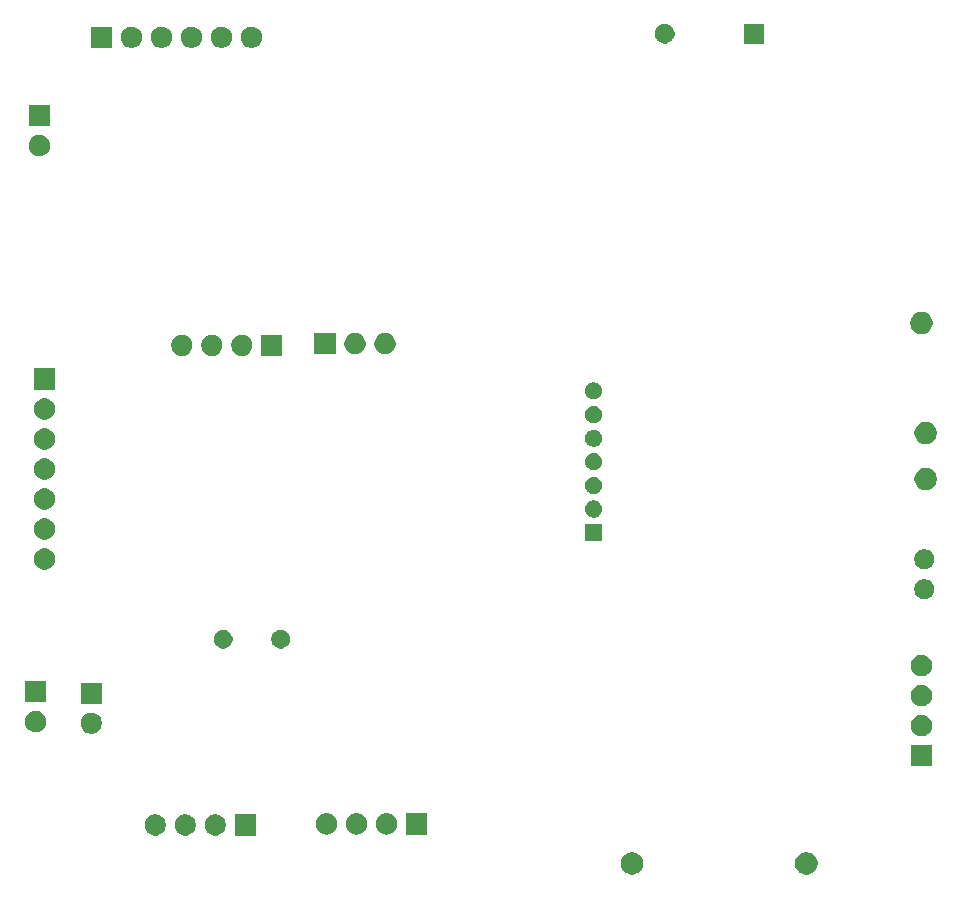
<source format=gbr>
%TF.GenerationSoftware,KiCad,Pcbnew,(5.1.5)-3*%
%TF.CreationDate,2020-07-28T11:43:05+08:00*%
%TF.ProjectId,2in1kicad,32696e31-6b69-4636-9164-2e6b69636164,rev?*%
%TF.SameCoordinates,Original*%
%TF.FileFunction,Soldermask,Bot*%
%TF.FilePolarity,Negative*%
%FSLAX46Y46*%
G04 Gerber Fmt 4.6, Leading zero omitted, Abs format (unit mm)*
G04 Created by KiCad (PCBNEW (5.1.5)-3) date 2020-07-28 11:43:05*
%MOMM*%
%LPD*%
G04 APERTURE LIST*
%ADD10C,0.350000*%
G04 APERTURE END LIST*
D10*
G36*
X107027395Y-115335546D02*
G01*
X107200466Y-115407234D01*
X107200467Y-115407235D01*
X107356227Y-115511310D01*
X107488690Y-115643773D01*
X107488691Y-115643775D01*
X107592766Y-115799534D01*
X107664454Y-115972605D01*
X107701000Y-116156333D01*
X107701000Y-116343667D01*
X107664454Y-116527395D01*
X107592766Y-116700466D01*
X107592765Y-116700467D01*
X107488690Y-116856227D01*
X107356227Y-116988690D01*
X107277818Y-117041081D01*
X107200466Y-117092766D01*
X107027395Y-117164454D01*
X106843667Y-117201000D01*
X106656333Y-117201000D01*
X106472605Y-117164454D01*
X106299534Y-117092766D01*
X106222182Y-117041081D01*
X106143773Y-116988690D01*
X106011310Y-116856227D01*
X105907235Y-116700467D01*
X105907234Y-116700466D01*
X105835546Y-116527395D01*
X105799000Y-116343667D01*
X105799000Y-116156333D01*
X105835546Y-115972605D01*
X105907234Y-115799534D01*
X106011309Y-115643775D01*
X106011310Y-115643773D01*
X106143773Y-115511310D01*
X106299533Y-115407235D01*
X106299534Y-115407234D01*
X106472605Y-115335546D01*
X106656333Y-115299000D01*
X106843667Y-115299000D01*
X107027395Y-115335546D01*
G37*
G36*
X92277395Y-115335546D02*
G01*
X92450466Y-115407234D01*
X92450467Y-115407235D01*
X92606227Y-115511310D01*
X92738690Y-115643773D01*
X92738691Y-115643775D01*
X92842766Y-115799534D01*
X92914454Y-115972605D01*
X92951000Y-116156333D01*
X92951000Y-116343667D01*
X92914454Y-116527395D01*
X92842766Y-116700466D01*
X92842765Y-116700467D01*
X92738690Y-116856227D01*
X92606227Y-116988690D01*
X92527818Y-117041081D01*
X92450466Y-117092766D01*
X92277395Y-117164454D01*
X92093667Y-117201000D01*
X91906333Y-117201000D01*
X91722605Y-117164454D01*
X91549534Y-117092766D01*
X91472182Y-117041081D01*
X91393773Y-116988690D01*
X91261310Y-116856227D01*
X91157235Y-116700467D01*
X91157234Y-116700466D01*
X91085546Y-116527395D01*
X91049000Y-116343667D01*
X91049000Y-116156333D01*
X91085546Y-115972605D01*
X91157234Y-115799534D01*
X91261309Y-115643775D01*
X91261310Y-115643773D01*
X91393773Y-115511310D01*
X91549533Y-115407235D01*
X91549534Y-115407234D01*
X91722605Y-115335546D01*
X91906333Y-115299000D01*
X92093667Y-115299000D01*
X92277395Y-115335546D01*
G37*
G36*
X51743512Y-112103927D02*
G01*
X51892812Y-112133624D01*
X52056784Y-112201544D01*
X52204354Y-112300147D01*
X52329853Y-112425646D01*
X52428456Y-112573216D01*
X52496376Y-112737188D01*
X52531000Y-112911259D01*
X52531000Y-113088741D01*
X52496376Y-113262812D01*
X52428456Y-113426784D01*
X52329853Y-113574354D01*
X52204354Y-113699853D01*
X52056784Y-113798456D01*
X51892812Y-113866376D01*
X51743512Y-113896073D01*
X51718742Y-113901000D01*
X51541258Y-113901000D01*
X51516488Y-113896073D01*
X51367188Y-113866376D01*
X51203216Y-113798456D01*
X51055646Y-113699853D01*
X50930147Y-113574354D01*
X50831544Y-113426784D01*
X50763624Y-113262812D01*
X50729000Y-113088741D01*
X50729000Y-112911259D01*
X50763624Y-112737188D01*
X50831544Y-112573216D01*
X50930147Y-112425646D01*
X51055646Y-112300147D01*
X51203216Y-112201544D01*
X51367188Y-112133624D01*
X51516488Y-112103927D01*
X51541258Y-112099000D01*
X51718742Y-112099000D01*
X51743512Y-112103927D01*
G37*
G36*
X56823512Y-112103927D02*
G01*
X56972812Y-112133624D01*
X57136784Y-112201544D01*
X57284354Y-112300147D01*
X57409853Y-112425646D01*
X57508456Y-112573216D01*
X57576376Y-112737188D01*
X57611000Y-112911259D01*
X57611000Y-113088741D01*
X57576376Y-113262812D01*
X57508456Y-113426784D01*
X57409853Y-113574354D01*
X57284354Y-113699853D01*
X57136784Y-113798456D01*
X56972812Y-113866376D01*
X56823512Y-113896073D01*
X56798742Y-113901000D01*
X56621258Y-113901000D01*
X56596488Y-113896073D01*
X56447188Y-113866376D01*
X56283216Y-113798456D01*
X56135646Y-113699853D01*
X56010147Y-113574354D01*
X55911544Y-113426784D01*
X55843624Y-113262812D01*
X55809000Y-113088741D01*
X55809000Y-112911259D01*
X55843624Y-112737188D01*
X55911544Y-112573216D01*
X56010147Y-112425646D01*
X56135646Y-112300147D01*
X56283216Y-112201544D01*
X56447188Y-112133624D01*
X56596488Y-112103927D01*
X56621258Y-112099000D01*
X56798742Y-112099000D01*
X56823512Y-112103927D01*
G37*
G36*
X60151000Y-113901000D02*
G01*
X58349000Y-113901000D01*
X58349000Y-112099000D01*
X60151000Y-112099000D01*
X60151000Y-113901000D01*
G37*
G36*
X54283512Y-112103927D02*
G01*
X54432812Y-112133624D01*
X54596784Y-112201544D01*
X54744354Y-112300147D01*
X54869853Y-112425646D01*
X54968456Y-112573216D01*
X55036376Y-112737188D01*
X55071000Y-112911259D01*
X55071000Y-113088741D01*
X55036376Y-113262812D01*
X54968456Y-113426784D01*
X54869853Y-113574354D01*
X54744354Y-113699853D01*
X54596784Y-113798456D01*
X54432812Y-113866376D01*
X54283512Y-113896073D01*
X54258742Y-113901000D01*
X54081258Y-113901000D01*
X54056488Y-113896073D01*
X53907188Y-113866376D01*
X53743216Y-113798456D01*
X53595646Y-113699853D01*
X53470147Y-113574354D01*
X53371544Y-113426784D01*
X53303624Y-113262812D01*
X53269000Y-113088741D01*
X53269000Y-112911259D01*
X53303624Y-112737188D01*
X53371544Y-112573216D01*
X53470147Y-112425646D01*
X53595646Y-112300147D01*
X53743216Y-112201544D01*
X53907188Y-112133624D01*
X54056488Y-112103927D01*
X54081258Y-112099000D01*
X54258742Y-112099000D01*
X54283512Y-112103927D01*
G37*
G36*
X66243512Y-112013927D02*
G01*
X66392812Y-112043624D01*
X66556784Y-112111544D01*
X66704354Y-112210147D01*
X66829853Y-112335646D01*
X66928456Y-112483216D01*
X66996376Y-112647188D01*
X67031000Y-112821259D01*
X67031000Y-112998741D01*
X66996376Y-113172812D01*
X66928456Y-113336784D01*
X66829853Y-113484354D01*
X66704354Y-113609853D01*
X66556784Y-113708456D01*
X66392812Y-113776376D01*
X66243512Y-113806073D01*
X66218742Y-113811000D01*
X66041258Y-113811000D01*
X66016488Y-113806073D01*
X65867188Y-113776376D01*
X65703216Y-113708456D01*
X65555646Y-113609853D01*
X65430147Y-113484354D01*
X65331544Y-113336784D01*
X65263624Y-113172812D01*
X65229000Y-112998741D01*
X65229000Y-112821259D01*
X65263624Y-112647188D01*
X65331544Y-112483216D01*
X65430147Y-112335646D01*
X65555646Y-112210147D01*
X65703216Y-112111544D01*
X65867188Y-112043624D01*
X66016488Y-112013927D01*
X66041258Y-112009000D01*
X66218742Y-112009000D01*
X66243512Y-112013927D01*
G37*
G36*
X74651000Y-113811000D02*
G01*
X72849000Y-113811000D01*
X72849000Y-112009000D01*
X74651000Y-112009000D01*
X74651000Y-113811000D01*
G37*
G36*
X71323512Y-112013927D02*
G01*
X71472812Y-112043624D01*
X71636784Y-112111544D01*
X71784354Y-112210147D01*
X71909853Y-112335646D01*
X72008456Y-112483216D01*
X72076376Y-112647188D01*
X72111000Y-112821259D01*
X72111000Y-112998741D01*
X72076376Y-113172812D01*
X72008456Y-113336784D01*
X71909853Y-113484354D01*
X71784354Y-113609853D01*
X71636784Y-113708456D01*
X71472812Y-113776376D01*
X71323512Y-113806073D01*
X71298742Y-113811000D01*
X71121258Y-113811000D01*
X71096488Y-113806073D01*
X70947188Y-113776376D01*
X70783216Y-113708456D01*
X70635646Y-113609853D01*
X70510147Y-113484354D01*
X70411544Y-113336784D01*
X70343624Y-113172812D01*
X70309000Y-112998741D01*
X70309000Y-112821259D01*
X70343624Y-112647188D01*
X70411544Y-112483216D01*
X70510147Y-112335646D01*
X70635646Y-112210147D01*
X70783216Y-112111544D01*
X70947188Y-112043624D01*
X71096488Y-112013927D01*
X71121258Y-112009000D01*
X71298742Y-112009000D01*
X71323512Y-112013927D01*
G37*
G36*
X68783512Y-112013927D02*
G01*
X68932812Y-112043624D01*
X69096784Y-112111544D01*
X69244354Y-112210147D01*
X69369853Y-112335646D01*
X69468456Y-112483216D01*
X69536376Y-112647188D01*
X69571000Y-112821259D01*
X69571000Y-112998741D01*
X69536376Y-113172812D01*
X69468456Y-113336784D01*
X69369853Y-113484354D01*
X69244354Y-113609853D01*
X69096784Y-113708456D01*
X68932812Y-113776376D01*
X68783512Y-113806073D01*
X68758742Y-113811000D01*
X68581258Y-113811000D01*
X68556488Y-113806073D01*
X68407188Y-113776376D01*
X68243216Y-113708456D01*
X68095646Y-113609853D01*
X67970147Y-113484354D01*
X67871544Y-113336784D01*
X67803624Y-113172812D01*
X67769000Y-112998741D01*
X67769000Y-112821259D01*
X67803624Y-112647188D01*
X67871544Y-112483216D01*
X67970147Y-112335646D01*
X68095646Y-112210147D01*
X68243216Y-112111544D01*
X68407188Y-112043624D01*
X68556488Y-112013927D01*
X68581258Y-112009000D01*
X68758742Y-112009000D01*
X68783512Y-112013927D01*
G37*
G36*
X117401000Y-108021000D02*
G01*
X115599000Y-108021000D01*
X115599000Y-106219000D01*
X117401000Y-106219000D01*
X117401000Y-108021000D01*
G37*
G36*
X116613512Y-103683927D02*
G01*
X116762812Y-103713624D01*
X116926784Y-103781544D01*
X117074354Y-103880147D01*
X117199853Y-104005646D01*
X117298456Y-104153216D01*
X117366376Y-104317188D01*
X117401000Y-104491259D01*
X117401000Y-104668741D01*
X117366376Y-104842812D01*
X117298456Y-105006784D01*
X117199853Y-105154354D01*
X117074354Y-105279853D01*
X116926784Y-105378456D01*
X116762812Y-105446376D01*
X116613512Y-105476073D01*
X116588742Y-105481000D01*
X116411258Y-105481000D01*
X116386488Y-105476073D01*
X116237188Y-105446376D01*
X116073216Y-105378456D01*
X115925646Y-105279853D01*
X115800147Y-105154354D01*
X115701544Y-105006784D01*
X115633624Y-104842812D01*
X115599000Y-104668741D01*
X115599000Y-104491259D01*
X115633624Y-104317188D01*
X115701544Y-104153216D01*
X115800147Y-104005646D01*
X115925646Y-103880147D01*
X116073216Y-103781544D01*
X116237188Y-103713624D01*
X116386488Y-103683927D01*
X116411258Y-103679000D01*
X116588742Y-103679000D01*
X116613512Y-103683927D01*
G37*
G36*
X46323512Y-103488927D02*
G01*
X46472812Y-103518624D01*
X46636784Y-103586544D01*
X46784354Y-103685147D01*
X46909853Y-103810646D01*
X47008456Y-103958216D01*
X47076376Y-104122188D01*
X47111000Y-104296259D01*
X47111000Y-104473741D01*
X47076376Y-104647812D01*
X47008456Y-104811784D01*
X46909853Y-104959354D01*
X46784354Y-105084853D01*
X46636784Y-105183456D01*
X46472812Y-105251376D01*
X46329650Y-105279852D01*
X46298742Y-105286000D01*
X46121258Y-105286000D01*
X46090350Y-105279852D01*
X45947188Y-105251376D01*
X45783216Y-105183456D01*
X45635646Y-105084853D01*
X45510147Y-104959354D01*
X45411544Y-104811784D01*
X45343624Y-104647812D01*
X45309000Y-104473741D01*
X45309000Y-104296259D01*
X45343624Y-104122188D01*
X45411544Y-103958216D01*
X45510147Y-103810646D01*
X45635646Y-103685147D01*
X45783216Y-103586544D01*
X45947188Y-103518624D01*
X46096488Y-103488927D01*
X46121258Y-103484000D01*
X46298742Y-103484000D01*
X46323512Y-103488927D01*
G37*
G36*
X41613512Y-103363927D02*
G01*
X41762812Y-103393624D01*
X41926784Y-103461544D01*
X42074354Y-103560147D01*
X42199853Y-103685646D01*
X42298456Y-103833216D01*
X42366376Y-103997188D01*
X42401000Y-104171259D01*
X42401000Y-104348741D01*
X42366376Y-104522812D01*
X42298456Y-104686784D01*
X42199853Y-104834354D01*
X42074354Y-104959853D01*
X41926784Y-105058456D01*
X41762812Y-105126376D01*
X41613512Y-105156073D01*
X41588742Y-105161000D01*
X41411258Y-105161000D01*
X41386488Y-105156073D01*
X41237188Y-105126376D01*
X41073216Y-105058456D01*
X40925646Y-104959853D01*
X40800147Y-104834354D01*
X40701544Y-104686784D01*
X40633624Y-104522812D01*
X40599000Y-104348741D01*
X40599000Y-104171259D01*
X40633624Y-103997188D01*
X40701544Y-103833216D01*
X40800147Y-103685646D01*
X40925646Y-103560147D01*
X41073216Y-103461544D01*
X41237188Y-103393624D01*
X41386488Y-103363927D01*
X41411258Y-103359000D01*
X41588742Y-103359000D01*
X41613512Y-103363927D01*
G37*
G36*
X116613512Y-101143927D02*
G01*
X116762812Y-101173624D01*
X116926784Y-101241544D01*
X117074354Y-101340147D01*
X117199853Y-101465646D01*
X117298456Y-101613216D01*
X117366376Y-101777188D01*
X117401000Y-101951259D01*
X117401000Y-102128741D01*
X117366376Y-102302812D01*
X117298456Y-102466784D01*
X117199853Y-102614354D01*
X117074354Y-102739853D01*
X116926784Y-102838456D01*
X116762812Y-102906376D01*
X116613512Y-102936073D01*
X116588742Y-102941000D01*
X116411258Y-102941000D01*
X116386488Y-102936073D01*
X116237188Y-102906376D01*
X116073216Y-102838456D01*
X115925646Y-102739853D01*
X115800147Y-102614354D01*
X115701544Y-102466784D01*
X115633624Y-102302812D01*
X115599000Y-102128741D01*
X115599000Y-101951259D01*
X115633624Y-101777188D01*
X115701544Y-101613216D01*
X115800147Y-101465646D01*
X115925646Y-101340147D01*
X116073216Y-101241544D01*
X116237188Y-101173624D01*
X116386488Y-101143927D01*
X116411258Y-101139000D01*
X116588742Y-101139000D01*
X116613512Y-101143927D01*
G37*
G36*
X47111000Y-102746000D02*
G01*
X45309000Y-102746000D01*
X45309000Y-100944000D01*
X47111000Y-100944000D01*
X47111000Y-102746000D01*
G37*
G36*
X42401000Y-102621000D02*
G01*
X40599000Y-102621000D01*
X40599000Y-100819000D01*
X42401000Y-100819000D01*
X42401000Y-102621000D01*
G37*
G36*
X116613512Y-98603927D02*
G01*
X116762812Y-98633624D01*
X116926784Y-98701544D01*
X117074354Y-98800147D01*
X117199853Y-98925646D01*
X117298456Y-99073216D01*
X117366376Y-99237188D01*
X117401000Y-99411259D01*
X117401000Y-99588741D01*
X117366376Y-99762812D01*
X117298456Y-99926784D01*
X117199853Y-100074354D01*
X117074354Y-100199853D01*
X116926784Y-100298456D01*
X116762812Y-100366376D01*
X116613512Y-100396073D01*
X116588742Y-100401000D01*
X116411258Y-100401000D01*
X116386488Y-100396073D01*
X116237188Y-100366376D01*
X116073216Y-100298456D01*
X115925646Y-100199853D01*
X115800147Y-100074354D01*
X115701544Y-99926784D01*
X115633624Y-99762812D01*
X115599000Y-99588741D01*
X115599000Y-99411259D01*
X115633624Y-99237188D01*
X115701544Y-99073216D01*
X115800147Y-98925646D01*
X115925646Y-98800147D01*
X116073216Y-98701544D01*
X116237188Y-98633624D01*
X116386488Y-98603927D01*
X116411258Y-98599000D01*
X116588742Y-98599000D01*
X116613512Y-98603927D01*
G37*
G36*
X62483642Y-96494781D02*
G01*
X62629414Y-96555162D01*
X62629416Y-96555163D01*
X62760608Y-96642822D01*
X62872178Y-96754392D01*
X62959837Y-96885584D01*
X62959838Y-96885586D01*
X63020219Y-97031358D01*
X63051000Y-97186107D01*
X63051000Y-97343893D01*
X63020219Y-97498642D01*
X62959838Y-97644414D01*
X62959837Y-97644416D01*
X62872178Y-97775608D01*
X62760608Y-97887178D01*
X62629416Y-97974837D01*
X62629415Y-97974838D01*
X62629414Y-97974838D01*
X62483642Y-98035219D01*
X62328893Y-98066000D01*
X62171107Y-98066000D01*
X62016358Y-98035219D01*
X61870586Y-97974838D01*
X61870585Y-97974838D01*
X61870584Y-97974837D01*
X61739392Y-97887178D01*
X61627822Y-97775608D01*
X61540163Y-97644416D01*
X61540162Y-97644414D01*
X61479781Y-97498642D01*
X61449000Y-97343893D01*
X61449000Y-97186107D01*
X61479781Y-97031358D01*
X61540162Y-96885586D01*
X61540163Y-96885584D01*
X61627822Y-96754392D01*
X61739392Y-96642822D01*
X61870584Y-96555163D01*
X61870586Y-96555162D01*
X62016358Y-96494781D01*
X62171107Y-96464000D01*
X62328893Y-96464000D01*
X62483642Y-96494781D01*
G37*
G36*
X57603642Y-96494781D02*
G01*
X57749414Y-96555162D01*
X57749416Y-96555163D01*
X57880608Y-96642822D01*
X57992178Y-96754392D01*
X58079837Y-96885584D01*
X58079838Y-96885586D01*
X58140219Y-97031358D01*
X58171000Y-97186107D01*
X58171000Y-97343893D01*
X58140219Y-97498642D01*
X58079838Y-97644414D01*
X58079837Y-97644416D01*
X57992178Y-97775608D01*
X57880608Y-97887178D01*
X57749416Y-97974837D01*
X57749415Y-97974838D01*
X57749414Y-97974838D01*
X57603642Y-98035219D01*
X57448893Y-98066000D01*
X57291107Y-98066000D01*
X57136358Y-98035219D01*
X56990586Y-97974838D01*
X56990585Y-97974838D01*
X56990584Y-97974837D01*
X56859392Y-97887178D01*
X56747822Y-97775608D01*
X56660163Y-97644416D01*
X56660162Y-97644414D01*
X56599781Y-97498642D01*
X56569000Y-97343893D01*
X56569000Y-97186107D01*
X56599781Y-97031358D01*
X56660162Y-96885586D01*
X56660163Y-96885584D01*
X56747822Y-96754392D01*
X56859392Y-96642822D01*
X56990584Y-96555163D01*
X56990586Y-96555162D01*
X57136358Y-96494781D01*
X57291107Y-96464000D01*
X57448893Y-96464000D01*
X57603642Y-96494781D01*
G37*
G36*
X116998228Y-92221703D02*
G01*
X117153100Y-92285853D01*
X117292481Y-92378985D01*
X117411015Y-92497519D01*
X117504147Y-92636900D01*
X117568297Y-92791772D01*
X117601000Y-92956184D01*
X117601000Y-93123816D01*
X117568297Y-93288228D01*
X117504147Y-93443100D01*
X117411015Y-93582481D01*
X117292481Y-93701015D01*
X117153100Y-93794147D01*
X116998228Y-93858297D01*
X116833816Y-93891000D01*
X116666184Y-93891000D01*
X116501772Y-93858297D01*
X116346900Y-93794147D01*
X116207519Y-93701015D01*
X116088985Y-93582481D01*
X115995853Y-93443100D01*
X115931703Y-93288228D01*
X115899000Y-93123816D01*
X115899000Y-92956184D01*
X115931703Y-92791772D01*
X115995853Y-92636900D01*
X116088985Y-92497519D01*
X116207519Y-92378985D01*
X116346900Y-92285853D01*
X116501772Y-92221703D01*
X116666184Y-92189000D01*
X116833816Y-92189000D01*
X116998228Y-92221703D01*
G37*
G36*
X42363512Y-89593927D02*
G01*
X42512812Y-89623624D01*
X42676784Y-89691544D01*
X42824354Y-89790147D01*
X42949853Y-89915646D01*
X43048456Y-90063216D01*
X43116376Y-90227188D01*
X43151000Y-90401259D01*
X43151000Y-90578741D01*
X43116376Y-90752812D01*
X43048456Y-90916784D01*
X42949853Y-91064354D01*
X42824354Y-91189853D01*
X42676784Y-91288456D01*
X42512812Y-91356376D01*
X42363512Y-91386073D01*
X42338742Y-91391000D01*
X42161258Y-91391000D01*
X42136488Y-91386073D01*
X41987188Y-91356376D01*
X41823216Y-91288456D01*
X41675646Y-91189853D01*
X41550147Y-91064354D01*
X41451544Y-90916784D01*
X41383624Y-90752812D01*
X41349000Y-90578741D01*
X41349000Y-90401259D01*
X41383624Y-90227188D01*
X41451544Y-90063216D01*
X41550147Y-89915646D01*
X41675646Y-89790147D01*
X41823216Y-89691544D01*
X41987188Y-89623624D01*
X42136488Y-89593927D01*
X42161258Y-89589000D01*
X42338742Y-89589000D01*
X42363512Y-89593927D01*
G37*
G36*
X116998228Y-89681703D02*
G01*
X117153100Y-89745853D01*
X117292481Y-89838985D01*
X117411015Y-89957519D01*
X117504147Y-90096900D01*
X117568297Y-90251772D01*
X117601000Y-90416184D01*
X117601000Y-90583816D01*
X117568297Y-90748228D01*
X117504147Y-90903100D01*
X117411015Y-91042481D01*
X117292481Y-91161015D01*
X117153100Y-91254147D01*
X116998228Y-91318297D01*
X116833816Y-91351000D01*
X116666184Y-91351000D01*
X116501772Y-91318297D01*
X116346900Y-91254147D01*
X116207519Y-91161015D01*
X116088985Y-91042481D01*
X115995853Y-90903100D01*
X115931703Y-90748228D01*
X115899000Y-90583816D01*
X115899000Y-90416184D01*
X115931703Y-90251772D01*
X115995853Y-90096900D01*
X116088985Y-89957519D01*
X116207519Y-89838985D01*
X116346900Y-89745853D01*
X116501772Y-89681703D01*
X116666184Y-89649000D01*
X116833816Y-89649000D01*
X116998228Y-89681703D01*
G37*
G36*
X89476000Y-88976000D02*
G01*
X88024000Y-88976000D01*
X88024000Y-87524000D01*
X89476000Y-87524000D01*
X89476000Y-88976000D01*
G37*
G36*
X42363512Y-87053927D02*
G01*
X42512812Y-87083624D01*
X42676784Y-87151544D01*
X42824354Y-87250147D01*
X42949853Y-87375646D01*
X43048456Y-87523216D01*
X43116376Y-87687188D01*
X43151000Y-87861259D01*
X43151000Y-88038741D01*
X43116376Y-88212812D01*
X43048456Y-88376784D01*
X42949853Y-88524354D01*
X42824354Y-88649853D01*
X42676784Y-88748456D01*
X42512812Y-88816376D01*
X42363512Y-88846073D01*
X42338742Y-88851000D01*
X42161258Y-88851000D01*
X42136488Y-88846073D01*
X41987188Y-88816376D01*
X41823216Y-88748456D01*
X41675646Y-88649853D01*
X41550147Y-88524354D01*
X41451544Y-88376784D01*
X41383624Y-88212812D01*
X41349000Y-88038741D01*
X41349000Y-87861259D01*
X41383624Y-87687188D01*
X41451544Y-87523216D01*
X41550147Y-87375646D01*
X41675646Y-87250147D01*
X41823216Y-87151544D01*
X41987188Y-87083624D01*
X42136488Y-87053927D01*
X42161258Y-87049000D01*
X42338742Y-87049000D01*
X42363512Y-87053927D01*
G37*
G36*
X88961766Y-85551899D02*
G01*
X89093888Y-85606626D01*
X89093890Y-85606627D01*
X89212798Y-85686079D01*
X89313921Y-85787202D01*
X89393373Y-85906110D01*
X89393374Y-85906112D01*
X89448101Y-86038234D01*
X89476000Y-86178494D01*
X89476000Y-86321506D01*
X89448101Y-86461766D01*
X89393374Y-86593888D01*
X89393373Y-86593890D01*
X89313921Y-86712798D01*
X89212798Y-86813921D01*
X89093890Y-86893373D01*
X89093889Y-86893374D01*
X89093888Y-86893374D01*
X88961766Y-86948101D01*
X88821506Y-86976000D01*
X88678494Y-86976000D01*
X88538234Y-86948101D01*
X88406112Y-86893374D01*
X88406111Y-86893374D01*
X88406110Y-86893373D01*
X88287202Y-86813921D01*
X88186079Y-86712798D01*
X88106627Y-86593890D01*
X88106626Y-86593888D01*
X88051899Y-86461766D01*
X88024000Y-86321506D01*
X88024000Y-86178494D01*
X88051899Y-86038234D01*
X88106626Y-85906112D01*
X88106627Y-85906110D01*
X88186079Y-85787202D01*
X88287202Y-85686079D01*
X88406110Y-85606627D01*
X88406112Y-85606626D01*
X88538234Y-85551899D01*
X88678494Y-85524000D01*
X88821506Y-85524000D01*
X88961766Y-85551899D01*
G37*
G36*
X42363512Y-84513927D02*
G01*
X42512812Y-84543624D01*
X42676784Y-84611544D01*
X42824354Y-84710147D01*
X42949853Y-84835646D01*
X43048456Y-84983216D01*
X43116376Y-85147188D01*
X43151000Y-85321259D01*
X43151000Y-85498741D01*
X43116376Y-85672812D01*
X43048456Y-85836784D01*
X42949853Y-85984354D01*
X42824354Y-86109853D01*
X42676784Y-86208456D01*
X42512812Y-86276376D01*
X42363512Y-86306073D01*
X42338742Y-86311000D01*
X42161258Y-86311000D01*
X42136488Y-86306073D01*
X41987188Y-86276376D01*
X41823216Y-86208456D01*
X41675646Y-86109853D01*
X41550147Y-85984354D01*
X41451544Y-85836784D01*
X41383624Y-85672812D01*
X41349000Y-85498741D01*
X41349000Y-85321259D01*
X41383624Y-85147188D01*
X41451544Y-84983216D01*
X41550147Y-84835646D01*
X41675646Y-84710147D01*
X41823216Y-84611544D01*
X41987188Y-84543624D01*
X42136488Y-84513927D01*
X42161258Y-84509000D01*
X42338742Y-84509000D01*
X42363512Y-84513927D01*
G37*
G36*
X88961766Y-83551899D02*
G01*
X89093888Y-83606626D01*
X89093890Y-83606627D01*
X89212798Y-83686079D01*
X89313921Y-83787202D01*
X89313922Y-83787204D01*
X89393374Y-83906112D01*
X89448101Y-84038234D01*
X89476000Y-84178494D01*
X89476000Y-84321506D01*
X89448101Y-84461766D01*
X89406265Y-84562766D01*
X89393373Y-84593890D01*
X89313921Y-84712798D01*
X89212798Y-84813921D01*
X89093890Y-84893373D01*
X89093889Y-84893374D01*
X89093888Y-84893374D01*
X88961766Y-84948101D01*
X88821506Y-84976000D01*
X88678494Y-84976000D01*
X88538234Y-84948101D01*
X88406112Y-84893374D01*
X88406111Y-84893374D01*
X88406110Y-84893373D01*
X88287202Y-84813921D01*
X88186079Y-84712798D01*
X88106627Y-84593890D01*
X88093735Y-84562766D01*
X88051899Y-84461766D01*
X88024000Y-84321506D01*
X88024000Y-84178494D01*
X88051899Y-84038234D01*
X88106626Y-83906112D01*
X88186078Y-83787204D01*
X88186079Y-83787202D01*
X88287202Y-83686079D01*
X88406110Y-83606627D01*
X88406112Y-83606626D01*
X88538234Y-83551899D01*
X88678494Y-83524000D01*
X88821506Y-83524000D01*
X88961766Y-83551899D01*
G37*
G36*
X117137395Y-82805546D02*
G01*
X117310466Y-82877234D01*
X117334621Y-82893374D01*
X117466227Y-82981310D01*
X117598690Y-83113773D01*
X117611411Y-83132812D01*
X117702766Y-83269534D01*
X117774454Y-83442605D01*
X117811000Y-83626333D01*
X117811000Y-83813667D01*
X117774454Y-83997395D01*
X117702766Y-84170466D01*
X117702765Y-84170467D01*
X117598690Y-84326227D01*
X117466227Y-84458690D01*
X117461623Y-84461766D01*
X117310466Y-84562766D01*
X117137395Y-84634454D01*
X116953667Y-84671000D01*
X116766333Y-84671000D01*
X116582605Y-84634454D01*
X116409534Y-84562766D01*
X116258377Y-84461766D01*
X116253773Y-84458690D01*
X116121310Y-84326227D01*
X116017235Y-84170467D01*
X116017234Y-84170466D01*
X115945546Y-83997395D01*
X115909000Y-83813667D01*
X115909000Y-83626333D01*
X115945546Y-83442605D01*
X116017234Y-83269534D01*
X116108589Y-83132812D01*
X116121310Y-83113773D01*
X116253773Y-82981310D01*
X116385379Y-82893374D01*
X116409534Y-82877234D01*
X116582605Y-82805546D01*
X116766333Y-82769000D01*
X116953667Y-82769000D01*
X117137395Y-82805546D01*
G37*
G36*
X42363512Y-81973927D02*
G01*
X42512812Y-82003624D01*
X42676784Y-82071544D01*
X42824354Y-82170147D01*
X42949853Y-82295646D01*
X43048456Y-82443216D01*
X43116376Y-82607188D01*
X43151000Y-82781259D01*
X43151000Y-82958741D01*
X43116376Y-83132812D01*
X43048456Y-83296784D01*
X42949853Y-83444354D01*
X42824354Y-83569853D01*
X42676784Y-83668456D01*
X42512812Y-83736376D01*
X42363512Y-83766073D01*
X42338742Y-83771000D01*
X42161258Y-83771000D01*
X42136488Y-83766073D01*
X41987188Y-83736376D01*
X41823216Y-83668456D01*
X41675646Y-83569853D01*
X41550147Y-83444354D01*
X41451544Y-83296784D01*
X41383624Y-83132812D01*
X41349000Y-82958741D01*
X41349000Y-82781259D01*
X41383624Y-82607188D01*
X41451544Y-82443216D01*
X41550147Y-82295646D01*
X41675646Y-82170147D01*
X41823216Y-82071544D01*
X41987188Y-82003624D01*
X42136488Y-81973927D01*
X42161258Y-81969000D01*
X42338742Y-81969000D01*
X42363512Y-81973927D01*
G37*
G36*
X88961766Y-81551899D02*
G01*
X89093888Y-81606626D01*
X89093890Y-81606627D01*
X89212798Y-81686079D01*
X89313921Y-81787202D01*
X89313922Y-81787204D01*
X89393374Y-81906112D01*
X89448101Y-82038234D01*
X89476000Y-82178494D01*
X89476000Y-82321506D01*
X89448101Y-82461766D01*
X89393374Y-82593888D01*
X89393373Y-82593890D01*
X89313921Y-82712798D01*
X89212798Y-82813921D01*
X89093890Y-82893373D01*
X89093889Y-82893374D01*
X89093888Y-82893374D01*
X88961766Y-82948101D01*
X88821506Y-82976000D01*
X88678494Y-82976000D01*
X88538234Y-82948101D01*
X88406112Y-82893374D01*
X88406111Y-82893374D01*
X88406110Y-82893373D01*
X88287202Y-82813921D01*
X88186079Y-82712798D01*
X88106627Y-82593890D01*
X88106626Y-82593888D01*
X88051899Y-82461766D01*
X88024000Y-82321506D01*
X88024000Y-82178494D01*
X88051899Y-82038234D01*
X88106626Y-81906112D01*
X88186078Y-81787204D01*
X88186079Y-81787202D01*
X88287202Y-81686079D01*
X88406110Y-81606627D01*
X88406112Y-81606626D01*
X88538234Y-81551899D01*
X88678494Y-81524000D01*
X88821506Y-81524000D01*
X88961766Y-81551899D01*
G37*
G36*
X42363512Y-79433927D02*
G01*
X42512812Y-79463624D01*
X42676784Y-79531544D01*
X42824354Y-79630147D01*
X42949853Y-79755646D01*
X43048456Y-79903216D01*
X43116376Y-80067188D01*
X43146073Y-80216488D01*
X43151000Y-80241258D01*
X43151000Y-80418742D01*
X43149511Y-80426227D01*
X43116376Y-80592812D01*
X43048456Y-80756784D01*
X42949853Y-80904354D01*
X42824354Y-81029853D01*
X42676784Y-81128456D01*
X42512812Y-81196376D01*
X42363512Y-81226073D01*
X42338742Y-81231000D01*
X42161258Y-81231000D01*
X42136488Y-81226073D01*
X41987188Y-81196376D01*
X41823216Y-81128456D01*
X41675646Y-81029853D01*
X41550147Y-80904354D01*
X41451544Y-80756784D01*
X41383624Y-80592812D01*
X41350489Y-80426227D01*
X41349000Y-80418742D01*
X41349000Y-80241258D01*
X41353927Y-80216488D01*
X41383624Y-80067188D01*
X41451544Y-79903216D01*
X41550147Y-79755646D01*
X41675646Y-79630147D01*
X41823216Y-79531544D01*
X41987188Y-79463624D01*
X42136488Y-79433927D01*
X42161258Y-79429000D01*
X42338742Y-79429000D01*
X42363512Y-79433927D01*
G37*
G36*
X88961766Y-79551899D02*
G01*
X89093888Y-79606626D01*
X89093890Y-79606627D01*
X89212798Y-79686079D01*
X89313921Y-79787202D01*
X89393373Y-79906110D01*
X89393374Y-79906112D01*
X89448101Y-80038234D01*
X89476000Y-80178494D01*
X89476000Y-80321506D01*
X89448101Y-80461766D01*
X89407953Y-80558691D01*
X89393373Y-80593890D01*
X89313921Y-80712798D01*
X89212798Y-80813921D01*
X89093890Y-80893373D01*
X89093889Y-80893374D01*
X89093888Y-80893374D01*
X88961766Y-80948101D01*
X88821506Y-80976000D01*
X88678494Y-80976000D01*
X88538234Y-80948101D01*
X88406112Y-80893374D01*
X88406111Y-80893374D01*
X88406110Y-80893373D01*
X88287202Y-80813921D01*
X88186079Y-80712798D01*
X88106627Y-80593890D01*
X88092047Y-80558691D01*
X88051899Y-80461766D01*
X88024000Y-80321506D01*
X88024000Y-80178494D01*
X88051899Y-80038234D01*
X88106626Y-79906112D01*
X88106627Y-79906110D01*
X88186079Y-79787202D01*
X88287202Y-79686079D01*
X88406110Y-79606627D01*
X88406112Y-79606626D01*
X88538234Y-79551899D01*
X88678494Y-79524000D01*
X88821506Y-79524000D01*
X88961766Y-79551899D01*
G37*
G36*
X117137395Y-78905546D02*
G01*
X117310466Y-78977234D01*
X117310467Y-78977235D01*
X117466227Y-79081310D01*
X117598690Y-79213773D01*
X117598691Y-79213775D01*
X117702766Y-79369534D01*
X117774454Y-79542605D01*
X117811000Y-79726333D01*
X117811000Y-79913667D01*
X117774454Y-80097395D01*
X117702766Y-80270466D01*
X117702765Y-80270467D01*
X117598690Y-80426227D01*
X117466227Y-80558690D01*
X117413549Y-80593888D01*
X117310466Y-80662766D01*
X117137395Y-80734454D01*
X116953667Y-80771000D01*
X116766333Y-80771000D01*
X116582605Y-80734454D01*
X116409534Y-80662766D01*
X116306451Y-80593888D01*
X116253773Y-80558690D01*
X116121310Y-80426227D01*
X116017235Y-80270467D01*
X116017234Y-80270466D01*
X115945546Y-80097395D01*
X115909000Y-79913667D01*
X115909000Y-79726333D01*
X115945546Y-79542605D01*
X116017234Y-79369534D01*
X116121309Y-79213775D01*
X116121310Y-79213773D01*
X116253773Y-79081310D01*
X116409533Y-78977235D01*
X116409534Y-78977234D01*
X116582605Y-78905546D01*
X116766333Y-78869000D01*
X116953667Y-78869000D01*
X117137395Y-78905546D01*
G37*
G36*
X88961766Y-77551899D02*
G01*
X89093888Y-77606626D01*
X89093890Y-77606627D01*
X89212798Y-77686079D01*
X89313921Y-77787202D01*
X89375086Y-77878742D01*
X89393374Y-77906112D01*
X89448101Y-78038234D01*
X89476000Y-78178494D01*
X89476000Y-78321506D01*
X89448101Y-78461766D01*
X89395624Y-78588456D01*
X89393373Y-78593890D01*
X89313921Y-78712798D01*
X89212798Y-78813921D01*
X89093890Y-78893373D01*
X89093889Y-78893374D01*
X89093888Y-78893374D01*
X88961766Y-78948101D01*
X88821506Y-78976000D01*
X88678494Y-78976000D01*
X88538234Y-78948101D01*
X88406112Y-78893374D01*
X88406111Y-78893374D01*
X88406110Y-78893373D01*
X88287202Y-78813921D01*
X88186079Y-78712798D01*
X88106627Y-78593890D01*
X88104376Y-78588456D01*
X88051899Y-78461766D01*
X88024000Y-78321506D01*
X88024000Y-78178494D01*
X88051899Y-78038234D01*
X88106626Y-77906112D01*
X88124914Y-77878742D01*
X88186079Y-77787202D01*
X88287202Y-77686079D01*
X88406110Y-77606627D01*
X88406112Y-77606626D01*
X88538234Y-77551899D01*
X88678494Y-77524000D01*
X88821506Y-77524000D01*
X88961766Y-77551899D01*
G37*
G36*
X42360726Y-76893373D02*
G01*
X42512812Y-76923624D01*
X42676784Y-76991544D01*
X42824354Y-77090147D01*
X42949853Y-77215646D01*
X43048456Y-77363216D01*
X43116376Y-77527188D01*
X43151000Y-77701259D01*
X43151000Y-77878741D01*
X43116376Y-78052812D01*
X43048456Y-78216784D01*
X42949853Y-78364354D01*
X42824354Y-78489853D01*
X42676784Y-78588456D01*
X42512812Y-78656376D01*
X42363512Y-78686073D01*
X42338742Y-78691000D01*
X42161258Y-78691000D01*
X42136488Y-78686073D01*
X41987188Y-78656376D01*
X41823216Y-78588456D01*
X41675646Y-78489853D01*
X41550147Y-78364354D01*
X41451544Y-78216784D01*
X41383624Y-78052812D01*
X41349000Y-77878741D01*
X41349000Y-77701259D01*
X41383624Y-77527188D01*
X41451544Y-77363216D01*
X41550147Y-77215646D01*
X41675646Y-77090147D01*
X41823216Y-76991544D01*
X41987188Y-76923624D01*
X42139274Y-76893373D01*
X42161258Y-76889000D01*
X42338742Y-76889000D01*
X42360726Y-76893373D01*
G37*
G36*
X88961766Y-75551899D02*
G01*
X89093888Y-75606626D01*
X89093890Y-75606627D01*
X89212798Y-75686079D01*
X89313921Y-75787202D01*
X89313922Y-75787204D01*
X89393374Y-75906112D01*
X89448101Y-76038234D01*
X89476000Y-76178494D01*
X89476000Y-76321506D01*
X89448101Y-76461766D01*
X89393374Y-76593888D01*
X89393373Y-76593890D01*
X89313921Y-76712798D01*
X89212798Y-76813921D01*
X89093890Y-76893373D01*
X89093889Y-76893374D01*
X89093888Y-76893374D01*
X88961766Y-76948101D01*
X88821506Y-76976000D01*
X88678494Y-76976000D01*
X88538234Y-76948101D01*
X88406112Y-76893374D01*
X88406111Y-76893374D01*
X88406110Y-76893373D01*
X88287202Y-76813921D01*
X88186079Y-76712798D01*
X88106627Y-76593890D01*
X88106626Y-76593888D01*
X88051899Y-76461766D01*
X88024000Y-76321506D01*
X88024000Y-76178494D01*
X88051899Y-76038234D01*
X88106626Y-75906112D01*
X88186078Y-75787204D01*
X88186079Y-75787202D01*
X88287202Y-75686079D01*
X88406110Y-75606627D01*
X88406112Y-75606626D01*
X88538234Y-75551899D01*
X88678494Y-75524000D01*
X88821506Y-75524000D01*
X88961766Y-75551899D01*
G37*
G36*
X43151000Y-76151000D02*
G01*
X41349000Y-76151000D01*
X41349000Y-74349000D01*
X43151000Y-74349000D01*
X43151000Y-76151000D01*
G37*
G36*
X62401000Y-73291000D02*
G01*
X60599000Y-73291000D01*
X60599000Y-71489000D01*
X62401000Y-71489000D01*
X62401000Y-73291000D01*
G37*
G36*
X53993512Y-71493927D02*
G01*
X54142812Y-71523624D01*
X54306784Y-71591544D01*
X54454354Y-71690147D01*
X54579853Y-71815646D01*
X54678456Y-71963216D01*
X54746376Y-72127188D01*
X54781000Y-72301259D01*
X54781000Y-72478741D01*
X54746376Y-72652812D01*
X54678456Y-72816784D01*
X54579853Y-72964354D01*
X54454354Y-73089853D01*
X54306784Y-73188456D01*
X54142812Y-73256376D01*
X53993512Y-73286073D01*
X53968742Y-73291000D01*
X53791258Y-73291000D01*
X53766488Y-73286073D01*
X53617188Y-73256376D01*
X53453216Y-73188456D01*
X53305646Y-73089853D01*
X53180147Y-72964354D01*
X53081544Y-72816784D01*
X53013624Y-72652812D01*
X52979000Y-72478741D01*
X52979000Y-72301259D01*
X53013624Y-72127188D01*
X53081544Y-71963216D01*
X53180147Y-71815646D01*
X53305646Y-71690147D01*
X53453216Y-71591544D01*
X53617188Y-71523624D01*
X53766488Y-71493927D01*
X53791258Y-71489000D01*
X53968742Y-71489000D01*
X53993512Y-71493927D01*
G37*
G36*
X56533512Y-71493927D02*
G01*
X56682812Y-71523624D01*
X56846784Y-71591544D01*
X56994354Y-71690147D01*
X57119853Y-71815646D01*
X57218456Y-71963216D01*
X57286376Y-72127188D01*
X57321000Y-72301259D01*
X57321000Y-72478741D01*
X57286376Y-72652812D01*
X57218456Y-72816784D01*
X57119853Y-72964354D01*
X56994354Y-73089853D01*
X56846784Y-73188456D01*
X56682812Y-73256376D01*
X56533512Y-73286073D01*
X56508742Y-73291000D01*
X56331258Y-73291000D01*
X56306488Y-73286073D01*
X56157188Y-73256376D01*
X55993216Y-73188456D01*
X55845646Y-73089853D01*
X55720147Y-72964354D01*
X55621544Y-72816784D01*
X55553624Y-72652812D01*
X55519000Y-72478741D01*
X55519000Y-72301259D01*
X55553624Y-72127188D01*
X55621544Y-71963216D01*
X55720147Y-71815646D01*
X55845646Y-71690147D01*
X55993216Y-71591544D01*
X56157188Y-71523624D01*
X56306488Y-71493927D01*
X56331258Y-71489000D01*
X56508742Y-71489000D01*
X56533512Y-71493927D01*
G37*
G36*
X59073512Y-71493927D02*
G01*
X59222812Y-71523624D01*
X59386784Y-71591544D01*
X59534354Y-71690147D01*
X59659853Y-71815646D01*
X59758456Y-71963216D01*
X59826376Y-72127188D01*
X59861000Y-72301259D01*
X59861000Y-72478741D01*
X59826376Y-72652812D01*
X59758456Y-72816784D01*
X59659853Y-72964354D01*
X59534354Y-73089853D01*
X59386784Y-73188456D01*
X59222812Y-73256376D01*
X59073512Y-73286073D01*
X59048742Y-73291000D01*
X58871258Y-73291000D01*
X58846488Y-73286073D01*
X58697188Y-73256376D01*
X58533216Y-73188456D01*
X58385646Y-73089853D01*
X58260147Y-72964354D01*
X58161544Y-72816784D01*
X58093624Y-72652812D01*
X58059000Y-72478741D01*
X58059000Y-72301259D01*
X58093624Y-72127188D01*
X58161544Y-71963216D01*
X58260147Y-71815646D01*
X58385646Y-71690147D01*
X58533216Y-71591544D01*
X58697188Y-71523624D01*
X58846488Y-71493927D01*
X58871258Y-71489000D01*
X59048742Y-71489000D01*
X59073512Y-71493927D01*
G37*
G36*
X71193512Y-71353927D02*
G01*
X71342812Y-71383624D01*
X71506784Y-71451544D01*
X71654354Y-71550147D01*
X71779853Y-71675646D01*
X71878456Y-71823216D01*
X71946376Y-71987188D01*
X71981000Y-72161259D01*
X71981000Y-72338741D01*
X71946376Y-72512812D01*
X71878456Y-72676784D01*
X71779853Y-72824354D01*
X71654354Y-72949853D01*
X71506784Y-73048456D01*
X71342812Y-73116376D01*
X71193512Y-73146073D01*
X71168742Y-73151000D01*
X70991258Y-73151000D01*
X70966488Y-73146073D01*
X70817188Y-73116376D01*
X70653216Y-73048456D01*
X70505646Y-72949853D01*
X70380147Y-72824354D01*
X70281544Y-72676784D01*
X70213624Y-72512812D01*
X70179000Y-72338741D01*
X70179000Y-72161259D01*
X70213624Y-71987188D01*
X70281544Y-71823216D01*
X70380147Y-71675646D01*
X70505646Y-71550147D01*
X70653216Y-71451544D01*
X70817188Y-71383624D01*
X70966488Y-71353927D01*
X70991258Y-71349000D01*
X71168742Y-71349000D01*
X71193512Y-71353927D01*
G37*
G36*
X66901000Y-73151000D02*
G01*
X65099000Y-73151000D01*
X65099000Y-71349000D01*
X66901000Y-71349000D01*
X66901000Y-73151000D01*
G37*
G36*
X68653512Y-71353927D02*
G01*
X68802812Y-71383624D01*
X68966784Y-71451544D01*
X69114354Y-71550147D01*
X69239853Y-71675646D01*
X69338456Y-71823216D01*
X69406376Y-71987188D01*
X69441000Y-72161259D01*
X69441000Y-72338741D01*
X69406376Y-72512812D01*
X69338456Y-72676784D01*
X69239853Y-72824354D01*
X69114354Y-72949853D01*
X68966784Y-73048456D01*
X68802812Y-73116376D01*
X68653512Y-73146073D01*
X68628742Y-73151000D01*
X68451258Y-73151000D01*
X68426488Y-73146073D01*
X68277188Y-73116376D01*
X68113216Y-73048456D01*
X67965646Y-72949853D01*
X67840147Y-72824354D01*
X67741544Y-72676784D01*
X67673624Y-72512812D01*
X67639000Y-72338741D01*
X67639000Y-72161259D01*
X67673624Y-71987188D01*
X67741544Y-71823216D01*
X67840147Y-71675646D01*
X67965646Y-71550147D01*
X68113216Y-71451544D01*
X68277188Y-71383624D01*
X68426488Y-71353927D01*
X68451258Y-71349000D01*
X68628742Y-71349000D01*
X68653512Y-71353927D01*
G37*
G36*
X116777395Y-69585546D02*
G01*
X116950466Y-69657234D01*
X116950467Y-69657235D01*
X117106227Y-69761310D01*
X117238690Y-69893773D01*
X117238691Y-69893775D01*
X117342766Y-70049534D01*
X117414454Y-70222605D01*
X117451000Y-70406333D01*
X117451000Y-70593667D01*
X117414454Y-70777395D01*
X117342766Y-70950466D01*
X117342765Y-70950467D01*
X117238690Y-71106227D01*
X117106227Y-71238690D01*
X117027818Y-71291081D01*
X116950466Y-71342766D01*
X116777395Y-71414454D01*
X116593667Y-71451000D01*
X116406333Y-71451000D01*
X116222605Y-71414454D01*
X116049534Y-71342766D01*
X115972182Y-71291081D01*
X115893773Y-71238690D01*
X115761310Y-71106227D01*
X115657235Y-70950467D01*
X115657234Y-70950466D01*
X115585546Y-70777395D01*
X115549000Y-70593667D01*
X115549000Y-70406333D01*
X115585546Y-70222605D01*
X115657234Y-70049534D01*
X115761309Y-69893775D01*
X115761310Y-69893773D01*
X115893773Y-69761310D01*
X116049533Y-69657235D01*
X116049534Y-69657234D01*
X116222605Y-69585546D01*
X116406333Y-69549000D01*
X116593667Y-69549000D01*
X116777395Y-69585546D01*
G37*
G36*
X41923512Y-54583927D02*
G01*
X42072812Y-54613624D01*
X42236784Y-54681544D01*
X42384354Y-54780147D01*
X42509853Y-54905646D01*
X42608456Y-55053216D01*
X42676376Y-55217188D01*
X42711000Y-55391259D01*
X42711000Y-55568741D01*
X42676376Y-55742812D01*
X42608456Y-55906784D01*
X42509853Y-56054354D01*
X42384354Y-56179853D01*
X42236784Y-56278456D01*
X42072812Y-56346376D01*
X41923512Y-56376073D01*
X41898742Y-56381000D01*
X41721258Y-56381000D01*
X41696488Y-56376073D01*
X41547188Y-56346376D01*
X41383216Y-56278456D01*
X41235646Y-56179853D01*
X41110147Y-56054354D01*
X41011544Y-55906784D01*
X40943624Y-55742812D01*
X40909000Y-55568741D01*
X40909000Y-55391259D01*
X40943624Y-55217188D01*
X41011544Y-55053216D01*
X41110147Y-54905646D01*
X41235646Y-54780147D01*
X41383216Y-54681544D01*
X41547188Y-54613624D01*
X41696488Y-54583927D01*
X41721258Y-54579000D01*
X41898742Y-54579000D01*
X41923512Y-54583927D01*
G37*
G36*
X42711000Y-53841000D02*
G01*
X40909000Y-53841000D01*
X40909000Y-52039000D01*
X42711000Y-52039000D01*
X42711000Y-53841000D01*
G37*
G36*
X59873512Y-45413927D02*
G01*
X60022812Y-45443624D01*
X60186784Y-45511544D01*
X60334354Y-45610147D01*
X60459853Y-45735646D01*
X60558456Y-45883216D01*
X60626376Y-46047188D01*
X60661000Y-46221259D01*
X60661000Y-46398741D01*
X60626376Y-46572812D01*
X60558456Y-46736784D01*
X60459853Y-46884354D01*
X60334354Y-47009853D01*
X60186784Y-47108456D01*
X60022812Y-47176376D01*
X59873512Y-47206073D01*
X59848742Y-47211000D01*
X59671258Y-47211000D01*
X59646488Y-47206073D01*
X59497188Y-47176376D01*
X59333216Y-47108456D01*
X59185646Y-47009853D01*
X59060147Y-46884354D01*
X58961544Y-46736784D01*
X58893624Y-46572812D01*
X58859000Y-46398741D01*
X58859000Y-46221259D01*
X58893624Y-46047188D01*
X58961544Y-45883216D01*
X59060147Y-45735646D01*
X59185646Y-45610147D01*
X59333216Y-45511544D01*
X59497188Y-45443624D01*
X59646488Y-45413927D01*
X59671258Y-45409000D01*
X59848742Y-45409000D01*
X59873512Y-45413927D01*
G37*
G36*
X47961000Y-47211000D02*
G01*
X46159000Y-47211000D01*
X46159000Y-45409000D01*
X47961000Y-45409000D01*
X47961000Y-47211000D01*
G37*
G36*
X49713512Y-45413927D02*
G01*
X49862812Y-45443624D01*
X50026784Y-45511544D01*
X50174354Y-45610147D01*
X50299853Y-45735646D01*
X50398456Y-45883216D01*
X50466376Y-46047188D01*
X50501000Y-46221259D01*
X50501000Y-46398741D01*
X50466376Y-46572812D01*
X50398456Y-46736784D01*
X50299853Y-46884354D01*
X50174354Y-47009853D01*
X50026784Y-47108456D01*
X49862812Y-47176376D01*
X49713512Y-47206073D01*
X49688742Y-47211000D01*
X49511258Y-47211000D01*
X49486488Y-47206073D01*
X49337188Y-47176376D01*
X49173216Y-47108456D01*
X49025646Y-47009853D01*
X48900147Y-46884354D01*
X48801544Y-46736784D01*
X48733624Y-46572812D01*
X48699000Y-46398741D01*
X48699000Y-46221259D01*
X48733624Y-46047188D01*
X48801544Y-45883216D01*
X48900147Y-45735646D01*
X49025646Y-45610147D01*
X49173216Y-45511544D01*
X49337188Y-45443624D01*
X49486488Y-45413927D01*
X49511258Y-45409000D01*
X49688742Y-45409000D01*
X49713512Y-45413927D01*
G37*
G36*
X52253512Y-45413927D02*
G01*
X52402812Y-45443624D01*
X52566784Y-45511544D01*
X52714354Y-45610147D01*
X52839853Y-45735646D01*
X52938456Y-45883216D01*
X53006376Y-46047188D01*
X53041000Y-46221259D01*
X53041000Y-46398741D01*
X53006376Y-46572812D01*
X52938456Y-46736784D01*
X52839853Y-46884354D01*
X52714354Y-47009853D01*
X52566784Y-47108456D01*
X52402812Y-47176376D01*
X52253512Y-47206073D01*
X52228742Y-47211000D01*
X52051258Y-47211000D01*
X52026488Y-47206073D01*
X51877188Y-47176376D01*
X51713216Y-47108456D01*
X51565646Y-47009853D01*
X51440147Y-46884354D01*
X51341544Y-46736784D01*
X51273624Y-46572812D01*
X51239000Y-46398741D01*
X51239000Y-46221259D01*
X51273624Y-46047188D01*
X51341544Y-45883216D01*
X51440147Y-45735646D01*
X51565646Y-45610147D01*
X51713216Y-45511544D01*
X51877188Y-45443624D01*
X52026488Y-45413927D01*
X52051258Y-45409000D01*
X52228742Y-45409000D01*
X52253512Y-45413927D01*
G37*
G36*
X54793512Y-45413927D02*
G01*
X54942812Y-45443624D01*
X55106784Y-45511544D01*
X55254354Y-45610147D01*
X55379853Y-45735646D01*
X55478456Y-45883216D01*
X55546376Y-46047188D01*
X55581000Y-46221259D01*
X55581000Y-46398741D01*
X55546376Y-46572812D01*
X55478456Y-46736784D01*
X55379853Y-46884354D01*
X55254354Y-47009853D01*
X55106784Y-47108456D01*
X54942812Y-47176376D01*
X54793512Y-47206073D01*
X54768742Y-47211000D01*
X54591258Y-47211000D01*
X54566488Y-47206073D01*
X54417188Y-47176376D01*
X54253216Y-47108456D01*
X54105646Y-47009853D01*
X53980147Y-46884354D01*
X53881544Y-46736784D01*
X53813624Y-46572812D01*
X53779000Y-46398741D01*
X53779000Y-46221259D01*
X53813624Y-46047188D01*
X53881544Y-45883216D01*
X53980147Y-45735646D01*
X54105646Y-45610147D01*
X54253216Y-45511544D01*
X54417188Y-45443624D01*
X54566488Y-45413927D01*
X54591258Y-45409000D01*
X54768742Y-45409000D01*
X54793512Y-45413927D01*
G37*
G36*
X57333512Y-45413927D02*
G01*
X57482812Y-45443624D01*
X57646784Y-45511544D01*
X57794354Y-45610147D01*
X57919853Y-45735646D01*
X58018456Y-45883216D01*
X58086376Y-46047188D01*
X58121000Y-46221259D01*
X58121000Y-46398741D01*
X58086376Y-46572812D01*
X58018456Y-46736784D01*
X57919853Y-46884354D01*
X57794354Y-47009853D01*
X57646784Y-47108456D01*
X57482812Y-47176376D01*
X57333512Y-47206073D01*
X57308742Y-47211000D01*
X57131258Y-47211000D01*
X57106488Y-47206073D01*
X56957188Y-47176376D01*
X56793216Y-47108456D01*
X56645646Y-47009853D01*
X56520147Y-46884354D01*
X56421544Y-46736784D01*
X56353624Y-46572812D01*
X56319000Y-46398741D01*
X56319000Y-46221259D01*
X56353624Y-46047188D01*
X56421544Y-45883216D01*
X56520147Y-45735646D01*
X56645646Y-45610147D01*
X56793216Y-45511544D01*
X56957188Y-45443624D01*
X57106488Y-45413927D01*
X57131258Y-45409000D01*
X57308742Y-45409000D01*
X57333512Y-45413927D01*
G37*
G36*
X103201000Y-46851000D02*
G01*
X101499000Y-46851000D01*
X101499000Y-45149000D01*
X103201000Y-45149000D01*
X103201000Y-46851000D01*
G37*
G36*
X94998228Y-45181703D02*
G01*
X95153100Y-45245853D01*
X95292481Y-45338985D01*
X95411015Y-45457519D01*
X95504147Y-45596900D01*
X95568297Y-45751772D01*
X95601000Y-45916184D01*
X95601000Y-46083816D01*
X95568297Y-46248228D01*
X95504147Y-46403100D01*
X95411015Y-46542481D01*
X95292481Y-46661015D01*
X95153100Y-46754147D01*
X94998228Y-46818297D01*
X94833816Y-46851000D01*
X94666184Y-46851000D01*
X94501772Y-46818297D01*
X94346900Y-46754147D01*
X94207519Y-46661015D01*
X94088985Y-46542481D01*
X93995853Y-46403100D01*
X93931703Y-46248228D01*
X93899000Y-46083816D01*
X93899000Y-45916184D01*
X93931703Y-45751772D01*
X93995853Y-45596900D01*
X94088985Y-45457519D01*
X94207519Y-45338985D01*
X94346900Y-45245853D01*
X94501772Y-45181703D01*
X94666184Y-45149000D01*
X94833816Y-45149000D01*
X94998228Y-45181703D01*
G37*
M02*

</source>
